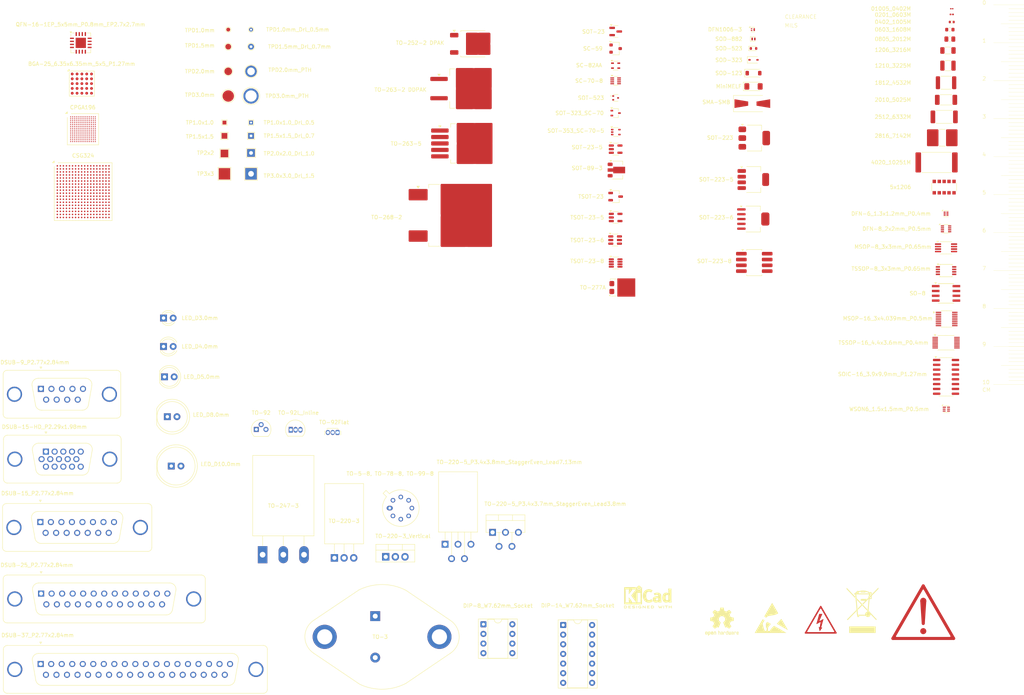
<source format=kicad_pcb>
(kicad_pcb (version 20241229) (generator "pcbnew") (generator_version "9.0")
  (title_block (title "Packages") (date "2025-05-13") (rev "1.0") (company "MSPL") (comment 1 "Aravind") (comment 2 "Design Team"))
  (layers (0 "F.Cu" signal) (2 "B.Cu" signal) (13 "F.Paste" user) (15 "B.Paste" user) (5 "F.SilkS" user "F.Silkscreen") (7 "B.SilkS" user "B.Silkscreen") (1 "F.Mask" user) (3 "B.Mask" user) (25 "Edge.Cuts" user))
  (net 0 "")
  (footprint "Symbol:WEEE-Logo_8.4x12mm_SilkScreen" (layer "F.Cu") (at 241 173)
    (property "Reference" "REF**" (hide yes))
    (property "Value" "WEEE-Logo_8.4x12mm_SilkScreen" (hide yes))
  )
  (footprint "Connector_Dsub:DSUB-9_Pins_Vertical_P2.77x2.84mm_MountingHoles" (layer "F.Cu") (at 24.674 114.66)
    (property "Reference" "DSUB-9_P2.77x2.84mm")
    (property "Value" "DSUB-9_Pins_Vertical_P2.77x2.84mm_MountingHoles" (hide yes))
  )
  (footprint "Package_TO_SOT_SMD:SOT-223-6" (layer "F.Cu") (at 212.25 69.914)
    (property "Reference" "SOT-223-6")
    (property "Value" "SOT-223-6" (hide yes))
  )
  (footprint "Diode_SMD:D_SOD-882" (layer "F.Cu") (at 212.3 22.472)
    (property "Reference" "SOD-882")
    (property "Value" "D_SOD-882" (hide yes))
  )
  (footprint "Resistor_SMD:R_0402_1005Metric" (layer "F.Cu") (at 264.5 18)
    (property "Reference" "0402_1005M")
    (property "Value" "R_0402_1005Metric" (hide yes))
  )
  (footprint "Package_TO_SOT_SMD:TSOT-23-5" (layer "F.Cu") (at 176 69.5)
    (property "Reference" "TSOT-23-5")
    (property "Value" "TSOT-23-5" (hide yes))
  )
  (footprint "Symbol:KiCad-Logo2_5mm_SilkScreen" (layer "F.Cu") (at 184.5 169.5)
    (property "Reference" "REF**" (hide yes))
    (property "Value" "KiCad-Logo2_5mm_SilkScreen" (hide yes))
  )
  (footprint "TestPoint:TestPoint_Pad_1.0x1.0mm" (layer "F.Cu") (at 73 44.5)
    (property "Reference" "TP1.0x1.0")
    (property "Value" "TestPoint_Pad_1.0x1.0mm" (hide yes))
  )
  (footprint "Resistor_SMD:R_2010_5025Metric" (layer "F.Cu") (at 263 38.5)
    (property "Reference" "2010_5025M")
    (property "Value" "R_2010_5025Metric" (hide yes))
  )
  (footprint "Package_TO_SOT_THT:TO-220-3_Vertical" (layer "F.Cu") (at 115.46 158.915)
    (property "Reference" "TO-220-3_Vertical")
    (property "Value" "TO-220-3_Vertical" (hide yes))
  )
  (footprint "Package_BGA:Xilinx_CPGA196" (layer "F.Cu") (at 35.75 46.25)
    (property "Reference" "CPGA196")
    (property "Value" "Xilinx_CPGA196" (hide yes))
  )
  (footprint "Diode_SMD:D_SMA-SMB_Universal_Handsoldering" (layer "F.Cu") (at 212 39.5)
    (property "Reference" "SMA-SMB")
    (property "Value" "SMA-SMB_Universal_Handsoldering" (hide yes))
  )
  (footprint "Package_SO:TSSOP-8_3x3mm_P0.65mm" (layer "F.Cu") (at 263 83.5)
    (property "Reference" "TSSOP-8_3x3mm_P0.65mm")
    (property "Value" "TSSOP-8_3x3mm_P0.65mm" (hide yes))
  )
  (footprint "Symbol:OSHW-Logo2_9.8x8mm_SilkScreen" (layer "F.Cu") (at 204 176)
    (property "Reference" "REF**" (hide yes))
    (property "Value" "OSHW-Logo2_9.8x8mm_SilkScreen" (hide yes))
  )
  (footprint "TestPoint:TestPoint_Pad_1.5x1.5mm" (layer "F.Cu") (at 73 48)
    (property "Reference" "TP1.5x1.5")
    (property "Value" "TestPoint_Pad_1.5x1.5mm" (hide yes))
  )
  (footprint "Package_DFN_QFN:Diodes_DFN1006-3" (layer "F.Cu") (at 212.15 20)
    (property "Reference" "DFN1006-3")
    (property "Value" "Diodes_DFN1006-3" (hide yes))
  )
  (footprint "Package_TO_SOT_SMD:TO-252-2" (layer "F.Cu") (at 138.54 23.74)
    (property "Reference" "TO-252-2 DPAK")
    (property "Value" "TO-252-2" (hide yes))
  )
  (footprint "TestPoint:TestPoint_Pad_2.0x2.0mm" (layer "F.Cu") (at 73 52.642)
    (property "Reference" "TP2x2")
    (property "Value" "TestPoint_Pad_2.0x2.0mm" (hide yes))
  )
  (footprint "TestPoint:TestPoint_Pad_D3.0mm" (layer "F.Cu") (at 74 37.5)
    (property "Reference" "TPD3.0mm")
    (property "Value" "TestPoint_Pad_D3.0mm" (hide yes))
  )
  (footprint "Connector_Dsub:DSUB-37_Pins_Vertical_P2.77x2.84mm_MountingHoles" (layer "F.Cu") (at 24.615 187.16)
    (property "Reference" "DSUB-37_P2.77x2.84mm")
    (property "Value" "DSUB-37_Pins_Vertical_P2.77x2.84mm_MountingHoles" (hide yes))
  )
  (footprint "TestPoint:TestPoint_THTPad_1.0x1.0mm_Drill0.5mm" (layer "F.Cu") (at 80 44.5)
    (property "Reference" "TP1.0x1.0_Drl_0.5")
    (property "Value" "TestPoint_THTPad_1.0x1.0mm_Drill0.5mm" (hide yes))
  )
  (footprint "Package_TO_SOT_SMD:SOT-323_SC-70" (layer "F.Cu") (at 176 42)
    (property "Reference" "SOT-323_SC-70")
    (property "Value" "SOT-323_SC-70" (hide yes))
  )
  (footprint "Connector_Dsub:DSUB-15_Pins_Vertical_P2.77x2.84mm_MountingHoles" (layer "F.Cu") (at 24.53 149.762)
    (property "Reference" "DSUB-15_P2.77x2.84mm")
    (property "Value" "DSUB-15_Pins_Vertical_P2.77x2.84mm_MountingHoles" (hide yes))
  )
  (footprint "Package_TO_SOT_THT:TO-220-3_Horizontal_TabDown" (layer "F.Cu") (at 101.96 159.2)
    (property "Reference" "TO-220-3")
    (property "Value" "TO-220-3_Horizontal_TabDown" (hide yes))
  )
  (footprint "Resistor_SMD:R_1812_4532Metric" (layer "F.Cu") (at 263 34)
    (property "Reference" "1812_4532M")
    (property "Value" "R_1812_4532Metric" (hide yes))
  )
  (footprint "Capacitor_SMD:C_01005_0402Metric" (layer "F.Cu") (at 264.5 14.5)
    (property "Reference" "01005_0402M")
    (property "Value" "C_01005_0402Metric" (hide yes))
  )
  (footprint "Package_SO:PowerIntegrations_SO-8" (layer "F.Cu") (at 263 89.5)
    (property "Reference" "SO-8")
    (property "Value" "PowerIntegrations_SO-8" (hide yes))
  )
  (footprint "Diode_SMD:D_SOD-123" (layer "F.Cu") (at 212.3 31.472)
    (property "Reference" "SOD-123")
    (property "Value" "D_SOD-123" (hide yes))
  )
  (footprint "Resistor_SMD:R_0805_2012Metric" (layer "F.Cu") (at 264 22.5)
    (property "Reference" "0805_2012M")
    (property "Value" "R_0805_2012Metric" (hide yes))
  )
  (footprint "Package_TO_SOT_THT:TO-5-8" (layer "F.Cu") (at 116.515248 146.08)
    (property "Reference" "TO-5-8, TO-78-8, TO-99-8 ")
    (property "Value" "TO-5-8" (hide yes))
  )
  (footprint "Resistor_SMD:R_Array_Convex_5x1206" (layer "F.Cu") (at 262.5 61.5 90)
    (property "Reference" "5x1206")
    (property "Value" "5x1206" (hide yes))
  )
  (footprint "Package_TO_SOT_SMD:SOT-223" (layer "F.Cu") (at 212.504 48.578)
    (property "Reference" "SOT-223")
    (property "Value" "SOT-223" (hide yes))
  )
  (footprint "Package_TO_SOT_SMD:SC-59" (layer "F.Cu") (at 176 25)
    (property "Reference" "SC-59")
    (property "Value" "SC-59" (hide yes))
  )
  (footprint "Package_TO_SOT_SMD:TO-268-2" (layer "F.Cu") (at 133.975 68.95)
    (property "Reference" "TO-268-2")
    (property "Value" "TO-268-2" (hide yes))
  )
  (footprint "Package_TO_SOT_THT:TO-92L_Inline" (layer "F.Cu") (at 90.46 125.443007)
    (property "Reference" "TO-92L_Inline")
    (property "Value" "TO-92L_Inline" (hide yes))
  )
  (footprint "Package_TO_SOT_SMD:SOT-353_SC-70-5" (layer "F.Cu") (at 176.05 47)
    (property "Reference" "SOT-353_SC-70-5")
    (property "Value" "SOT-353_SC-70-5" (hide yes))
  )
  (footprint "TestPoint:TestPoint_THTPad_D1.5mm_Drill0.7mm" (layer "F.Cu") (at 80 24.5)
    (property "Reference" "TPD1.5mm_Drl_0.7mm")
    (property "Value" "TestPoint_THTPad_D1.5mm_Drill0.7mm" (hide yes))
  )
  (footprint "Package_SO:MSOP-16_3x4.039mm_P0.5mm" (layer "F.Cu") (at 263.15 96.25)
    (property "Reference" "MSOP-16_3x4.039mm_P0.5mm")
    (property "Value" "MSOP-16_3x4.039mm_P0.5mm" (hide yes))
  )
  (footprint "Package_TO_SOT_THT:TO-220-5_P3.4x3.7mm_StaggerEven_Lead3.8mm_Vertical" (layer "F.Cu") (at 143.6 152.47)
    (property "Reference" "TO-220-5_P3.4x3.7mm_StaggerEven_Lead3.8mm")
    (property "Value" "TO-220-5_P3.4x3.7mm_StaggerEven_Lead3.8mm_Vertical" (hide yes))
  )
  (footprint "Package_TO_SOT_SMD:SC-82AA" (layer "F.Cu") (at 176 29.5)
    (property "Reference" "SC-82AA")
    (property "Value" "SC-82AA" (hide yes))
  )
  (footprint "Package_TO_SOT_SMD:TO-277A" (layer "F.Cu") (at 177.765 87.96 90)
    (property "Reference" "TO-277A")
    (property "Value" "TO-277A" (hide yes))
  )
  (footprint "TestPoint:TestPoint_THTPad_1.5x1.5mm_Drill0.7mm" (layer "F.Cu") (at 80 48)
    (property "Reference" "TP1.5x1.5_Drl_0.7")
    (property "Value" "TestPoint_THTPad_1.5x1.5mm_Drill0.7mm" (hide yes))
  )
  (footprint "Package_DIP:DIP-8_W7.62mm_Socket" (layer "F.Cu") (at 141.19 176.69)
    (property "Reference" "DIP-8_W7.62mm_Socket")
    (property "Value" "DIP-8_W7.62mm_Socket" (hide yes))
  )
  (footprint "Package_TO_SOT_SMD:SOT-23" (layer "F.Cu") (at 176.02 20.5)
    (property "Reference" "SOT-23")
    (property "Value" "SOT-23" (hide yes))
  )
  (footprint "Package_TO_SOT_THT:TO-92Flat" (layer "F.Cu") (at 102.77 126.158007 180)
    (property "Reference" "TO-92Flat")
    (property "Value" "TO-92Flat" (hide yes))
  )
  (footprint "Package_TO_SOT_SMD:SOT-89-3" (layer "F.Cu") (at 176.5 57)
    (property "Reference" "SOT-89-3")
    (property "Value" "SOT-89-3" (hide yes))
  )
  (footprint "Package_DFN_QFN:QFN-16-1EP_5x5mm_P0.8mm_EP2.7x2.7mm" (layer "F.Cu") (at 35.175 23.5)
    (property "Reference" "QFN-16-1EP_5x5mm_P0.8mm_EP2.7x2.7mm")
    (property "Value" "QFN-16-1EP_5x5mm_P0.8mm_EP2.7x2.7mm" (hide yes))
  )
  (footprint "Symbol:Symbol_Attention_Triangle_17x15mm_Copper" (layer "F.Cu") (at 257 173.5)
    (property "Reference" "REF**" (hide yes))
    (property "Value" "Symbol_Attention_Triangle_17x15mm_Copper" (hide yes))
  )
  (footprint "Package_TO_SOT_SMD:TO-263-2" (layer "F.Cu") (at 137.15 35.54)
    (property "Reference" "TO-263-2 DDPAK")
    (property "Value" "TO-263-2" (hide yes))
  )
  (footprint "Package_BGA:Xilinx_CSG324" (layer "F.Cu") (at 35.8 62.7)
    (property "Reference" "CSG324")
    (property "Value" "Xilinx_CSG324" (hide yes))
  )
  (footprint "TestPoint:TestPoint_Pad_3.0x3.0mm" (layer "F.Cu") (at 73 58)
    (property "Reference" "TP3x3")
    (property "Value" "TestPoint_Pad_3.0x3.0mm" (hide yes))
  )
  (footprint "Resistor_SMD:R_1206_3216Metric" (layer "F.Cu") (at 263.5 25.5)
    (property "Reference" "1206_3216M")
    (property "Value" "R_1206_3216Metric" (hide yes))
  )
  (footprint "Package_TO_SOT_SMD:TSOT-23-8" (layer "F.Cu") (at 176 81.5)
    (property "Reference" "TSOT-23-8")
    (property "Value" "TSOT-23-8" (hide yes))
  )
  (footprint "Connector_Dsub:DSUB-15-HD_Pins_Vertical_P2.29x1.98mm_MountingHoles" (layer "F.Cu") (at 25.995 131.202)
    (property "Reference" "DSUB-15-HD_P2.29x1.98mm")
    (property "Value" "DSUB-15-HD_Pins_Vertical_P2.29x1.98mm_MountingHoles" (hide yes))
  )
  (footprint "Package_SO:MSOP-8_3x3mm_P0.65mm" (layer "F.Cu") (at 263 77.5)
    (property "Reference" "MSOP-8_3x3mm_P0.65mm")
    (property "Value" "MSOP-8_3x3mm_P0.65mm" (hide yes))
  )
  (footprint "TestPoint:TestPoint_Pad_D1.5mm" (layer "F.Cu") (at 74 24.5)
    (property "Reference" "TPD1.5mm")
    (property "Value" "TestPoint_Pad_D1.5mm" (hide yes))
  )
  (footprint "Package_TO_SOT_SMD:SOT-223-8" (layer "F.Cu") (at 212.504 81.344)
    (property "Reference" "SOT-223-8")
    (property "Value" "SOT-223-8" (hide yes))
  )
  (footprint "Package_SO:SOIC-16_3.9x9.9mm_P1.27mm" (layer "F.Cu") (at 263 111.5)
    (property "Reference" "SOIC-16_3.9x9.9mm_P1.27mm")
    (property "Value" "SOIC-16_3.9x9.9mm_P1.27mm" (hide yes))
  )
  (footprint "Symbol:Symbol_HighVoltage_Triangle_8x7mm_Copper" (layer "F.Cu") (at 230 175.5)
    (property "Reference" "REF**" (hide yes))
    (property "Value" "Symbol_HighVoltage_Triangle_8x7mm_Copper" (hide yes))
  )
  (footprint "LED_THT:LED_D8.0mm" (layer "F.Cu") (at 57.96 122)
    (property "Reference" "LED_D8.0mm")
    (property "Value" "LED_D8.0mm" (hide yes))
  )
  (footprint "Symbol:ESD-Logo_8.9x8mm_SilkScreen" (layer "F.Cu") (at 217 175)
    (property "Reference" "REF**" (hide yes))
    (property "Value" "ESD-Logo_8.9x8mm_SilkScreen" (hide yes))
  )
  (footprint "Package_TO_SOT_THT:TO-247-3_Horizontal_TabDown" (layer "F.Cu") (at 83.05 158.36)
    (property "Reference" "TO-247-3")
    (property "Value" "TO-247-3_Horizontal_TabDown" (hide yes))
  )
  (footprint "Package_TO_SOT_SMD:SOT-523" (layer "F.Cu") (at 176 38)
    (property "Reference" "SOT-523")
    (property "Value" "SOT-523" (hide yes))
  )
  (footprint "Resistor_SMD:R_0603_1608Metric" (layer "F.Cu") (at 264 20)
    (property "Reference" "0603_1608M")
    (property "Value" "R_0603_1608Metric" (hide yes))
  )
  (footprint "Resistor_SMD:R_4020_10251Metric" (layer "F.Cu") (at 260.5 55)
    (property "Reference" "4020_10251M")
    (property "Value" "R_4020_10251Metric" (hide yes))
  )
  (footprint "Package_TO_SOT_THT:TO-92" (layer "F.Cu") (at 81.39 125.353007)
    (property "Reference" "TO-92")
    (property "Value" "TO-92" (hide yes))
  )
  (footprint "LED_THT:LED_D4.0mm" (layer "F.Cu") (at 56.96 103.5)
    (property "Reference" "LED_D4.0mm")
    (property "Value" "LED_D4.0mm" (hide yes))
  )
  (footprint "Package_TO_SOT_SMD:TO-263-5_TabPin3" (layer "F.Cu") (at 137.375 50)
    (property "Reference" "TO-263-5")
    (property "Value" "TO-263-5_TabPin3" (hide yes))
  )
  (footprint "Package_TO_SOT_SMD:TSOT-23" (layer "F.Cu") (at 176 64)
    (property "Reference" "TSOT-23")
    (property "Value" "TSOT-23" (hide yes))
  )
  (footprint "TestPoint:TestPoint_Pad_D1.0mm" (layer "F.Cu") (at 74 20)
    (property "Reference" "TPD1.0mm")
    (property "Value" "TestPoint_Pad_D1.0mm" (hide yes))
  )
  (footprint "Package_SON:WSON-6_1.5x1.5mm_P0.5mm" (layer "F.Cu") (at 263.075 120)
    (property "Reference" "WSON6_1.5x1.5mm_P0.5mm")
    (property "Value" "WSON6_1.5x1.5mm_P0.5mm" (hide yes))
  )
  (footprint "Diode_SMD:D_MiniMELF" (layer "F.Cu") (at 212.3 34.972)
    (property "Reference" "MiniMELF")
    (property "Value" "D_MiniMELF" (hide yes))
  )
  (footprint "Package_DFN_QFN:DFN-6_1.3x1.2mm_P0.4mm" (layer "F.Cu") (at 263 68.5)
    (property "Reference" "DFN-6_1.3x1.2mm_P0.4mm")
    (property "Value" "DFN-6_1.3x1.2mm_P0.4mm" (hide yes))
  )
  (footprint "Connector_Dsub:DSUB-25_Pins_Vertical_P2.77x2.84mm_MountingHoles" (layer "F.Cu") (at 24.725 168.602)
    (property "Reference" "DSUB-25_P2.77x2.84mm")
    (property "Value" "DSUB-25_Pins_Vertical_P2.77x2.84mm_MountingHoles" (hide yes))
  )
  (footprint "Package_DIP:DIP-14_W7.62mm_Socket" (layer "F.Cu") (at 162.19 176.885)
    (property "Reference" "DIP-14_W7.62mm_Socket")
    (property "Value" "DIP-14_W7.62mm_Socket" (hide yes))
  )
  (footprint "LED_THT:LED_D10.0mm" (layer "F.Cu") (at 59 135)
    (property "Reference" "LED_D10.0mm")
    (property "Value" "LED_D10.0mm" (hide yes))
  )
  (footprint "Diode_SMD:D_SOD-523" (layer "F.Cu") (at 212.3 24.972)
    (property "Reference" "SOD-523")
    (property "Value" "D_SOD-523" (hide yes))
  )
  (footprint "TestPoint:TestPoint_Plated_Hole_D2.0mm" (layer "F.Cu") (at 80 31)
    (property "Reference" "TPD2.0mm_PTH")
    (property "Value" "TestPoint_Plated_Hole_D2.0mm" (hide yes))
  )
  (footprint "LED_THT:LED_D3.0mm" (layer "F.Cu") (at 56.96 96)
    (property "Reference" "LED_D3.0mm")
    (property "Value" "LED_D3.0mm" (hide yes))
  )
  (footprint "TestPoint:TestPoint_THTPad_2.0x2.0mm_Drill1.0mm" (layer "F.Cu") (at 80 52.5)
    (property "Reference" "TP2.0x2.0_Drl_1.0")
    (property "Value" "TestPoint_THTPad_2.0x2.0mm_Drill1.0mm" (hide yes))
  )
  (footprint "Package_SO:TSSOP-16_4.4x3.6mm_P0.4mm" (layer "F.Cu") (at 263 102.5)
    (property "Reference" "TSSOP-16_4.4x3.6mm_P0.4mm")
    (property "Value" "TSSOP-16_4.4x3.6mm_P0.4mm" (hide yes))
  )
  (footprint "Package_TO_SOT_THT:TO-3" (layer "F.Cu") (at 112.700001 174.550001)
    (property "Reference" "TO-3")
    (property "Value" "TO-3" (hide yes))
  )
  (footprint "Package_DFN_QFN:DFN-8_2x2mm_P0.5mm" (layer "F.Cu") (at 263 72.5)
    (property "Reference" "DFN-8_2x2mm_P0.5mm")
    (property "Value" "DFN-8_2x2mm_P0.5mm" (hide yes))
  )
  (footprint "Diode_SMD:D_SOD-323" (layer "F.Cu") (at 212.3 27.972)
    (property "Reference" "SOD-323")
    (property "Value" "D_SOD-323" (hide yes))
  )
  (footprint "TestPoint:TestPoint_THTPad_D1.0mm_Drill0.5mm" (layer "F.Cu") (at 80 20)
    (property "Reference" "TPD1.0mm_Drl_0.5mm")
    (property "Value" "TestPoint_THTPad_D1.0mm_Drill0.5mm" (hide yes))
  )
  (footprint "LED_THT:LED_D5.0mm" (layer "F.Cu") (at 57.225 111.5)
    (property "Reference" "LED_D5.0mm")
    (property "Value" "LED_D5.0mm" (hide yes))
  )
  (footprint "Package_TO_SOT_SMD:SOT-23-5" (layer "F.Cu") (at 176 51.5)
    (property "Reference" "SOT-23-5")
    (property "Value" "SOT-23-5" (hide yes))
  )
  (footprint "TestPoint:TestPoint_Pad_D2.0mm" (layer "F.Cu") (at 74 31)
    (property "Reference" "TPD2.0mm")
    (property "Value" "TestPoint_Pad_D2.0mm" (hide yes))
  )
  (footprint "Package_TO_SOT_SMD:SC-70-8" (layer "F.Cu") (at 176 33.5)
    (property "Reference" "SC-70-8")
    (property "Value" "SC-70-8" (hide yes))
  )
  (footprint "TestPoint:TestPoint_Plated_Hole_D3.0mm" (layer "F.Cu") (at 80 37.5)
    (property "Reference" "TPD3.0mm_PTH")
    (property "Value" "TestPoint_Plated_Hole_D3.0mm" (hide yes))
  )
  (footprint "Package_BGA:BGA-25_6.35x6.35mm_Layout5x5_P1.27mm" (layer "F.Cu") (at 35.46 34.23)
    (property "Reference" "BGA-25_6.35x6.35mm_5x5_P1.27mm")
    (property "Value" "BGA-25_6.35x6.35mm_Layout5x5_P1.27mm" (hide yes))
  )
  (footprint "TestPoint:TestPoint_THTPad_3.0x3.0mm_Drill1.5mm" (layer "F.Cu") (at 80 58)
    (property "Reference" "TP3.0x3.0_Drl_1.5")
    (property "Value" "TestPoint_THTPad_3.0x3.0mm_Drill1.5mm" (hide yes))
  )
  (footprint "Package_TO_SOT_SMD:SOT-223-5" (layer "F.Cu") (at 212.25 59.5)
    (property "Reference" "SOT-223-5")
    (property "Value" "SOT-223-5" (hide yes))
  )
  (footprint "Package_TO_SOT_SMD:TSOT-23-6" (layer "F.Cu") (at 175.8625 75.45)
    (property "Reference" "TSOT-23-6")
    (property "Value" "TSOT-23-6" (hide yes))
  )
  (footprint "Resistor_SMD:R_0201_0603Metric" (layer "F.Cu") (at 264.5 16)
    (property "Reference" "0201_0603M")
    (property "Value" "R_0201_0603Metric" (hide yes))
  )
  (footprint "Resistor_SMD:R_2512_6332Metric" (layer "F.Cu") (at 262.5 43)
    (property "Reference" "2512_6332M")
    (property "Value" "R_2512_6332Metric" (hide yes))
  )
  (footprint "Resistor_SMD:R_2816_7142Metric" (layer "F.Cu") (at 262 48.5)
    (property "Reference" "2816_7142M")
    (property "Value" "R_2816_7142Metric" (hide yes))
  )
  (footprint "Package_TO_SOT_THT:TO-220-5_P3.4x3.8mm_StaggerEven_Lead7.13mm_TabDown" (layer "F.Cu") (at 131.1 155.61)
    (property "Reference" "TO-220-5_P3.4x3.8mm_StaggerEven_Lead7.13mm")
    (property "Value" "TO-220-5_P3.4x3.8mm_StaggerEven_Lead7.13mm_TabDown" (hide yes))
  )
  (footprint "Resistor_SMD:R_1210_3225Metric" (layer "F.Cu") (at 263.5 29.5)
    (property "Reference" "1210_3225M")
    (property "Value" "R_1210_3225Metric" (hide yes))
  )
  (gr_line (start 283.5 32.5) (end 279.5 32.5) (stroke (width 0.05)) (layer "F.SilkS"))
  (gr_line (start 283.5 113.5) (end 275.5 113.5) (stroke (width 0.05)) (layer "F.SilkS"))
  (gr_line (start 283.5 47.5) (end 279.5 47.5) (stroke (width 0.05)) (layer "F.SilkS"))
  (gr_line (start 283.5 106.5) (end 279.5 106.5) (stroke (width 0.05)) (layer "F.SilkS"))
  (gr_line (start 283.5 79.5) (end 279.5 79.5) (stroke (width 0.05)) (layer "F.SilkS"))
  (gr_line (start 283.5 63.5) (end 275.5 63.5) (stroke (width 0.05)) (layer "F.SilkS"))
  (gr_line (start 283.5 90.5) (end 279.5 90.5) (stroke (width 0.05)) (layer "F.SilkS"))
  (gr_line (start 283.5 50.5) (end 279.5 50.5) (stroke (width 0.05)) (layer "F.SilkS"))
  (gr_line (start 283.5 68.5) (end 277.5 68.5) (stroke (width 0.05)) (layer "F.SilkS"))
  (gr_line (start 283.5 103.5) (end 275.5 103.5) (stroke (width 0.05)) (layer "F.SilkS"))
  (gr_line (start 283.5 71.5) (end 279.5 71.5) (stroke (width 0.05)) (layer "F.SilkS"))
  (gr_line (start 283.5 36.5) (end 279.5 36.5) (stroke (width 0.05)) (layer "F.SilkS"))
  (gr_line (start 283.5 96.5) (end 279.5 96.5) (stroke (width 0.05)) (layer "F.SilkS"))
  (gr_line (start 283.5 81.5) (end 279.5 81.5) (stroke (width 0.05)) (layer "F.SilkS"))
  (gr_line (start 283.5 55.5) (end 279.5 55.5) (stroke (width 0.05)) (layer "F.SilkS"))
  (gr_line (start 283.5 112.5) (end 279.5 112.5) (stroke (width 0.05)) (layer "F.SilkS"))
  (gr_line (start 283.5 16.5) (end 279.5 16.5) (stroke (width 0.05)) (layer "F.SilkS"))
  (gr_line (start 283.5 43.5) (end 279.5 43.5) (stroke (width 0.05)) (layer "F.SilkS"))
  (gr_line (start 283.5 45.5) (end 279.5 45.5) (stroke (width 0.05)) (layer "F.SilkS"))
  (gr_line (start 283.5 94.5) (end 279.5 94.5) (stroke (width 0.05)) (layer "F.SilkS"))
  (gr_line (start 283.5 29.5) (end 279.5 29.5) (stroke (width 0.05)) (layer "F.SilkS"))
  (gr_line (start 283.5 17.5) (end 279.5 17.5) (stroke (width 0.05)) (layer "F.SilkS"))
  (gr_line (start 283.5 78.5) (end 277.5 78.5) (stroke (width 0.05)) (layer "F.SilkS"))
  (gr_line (start 283.5 40.5) (end 279.5 40.5) (stroke (width 0.05)) (layer "F.SilkS"))
  (gr_line (start 283.5 111.5) (end 279.5 111.5) (stroke (width 0.05)) (layer "F.SilkS"))
  (gr_line (start 283.5 61.5) (end 279.5 61.5) (stroke (width 0.05)) (layer "F.SilkS"))
  (gr_line (start 283.5 73.5) (end 279.5 73.5) (stroke (width 0.05)) (layer "F.SilkS"))
  (gr_line (start 283.5 54.5) (end 279.5 54.5) (stroke (width 0.05)) (layer "F.SilkS"))
  (gr_line (start 283.5 80.5) (end 279.5 80.5) (stroke (width 0.05)) (layer "F.SilkS"))
  (gr_line (start 283.5 73.5) (end 275.5 73.5) (stroke (width 0.05)) (layer "F.SilkS"))
  (gr_line (start 283.5 93.5) (end 275.5 93.5) (stroke (width 0.05)) (layer "F.SilkS"))
  (gr_line (start 283.5 99.5) (end 279.5 99.5) (stroke (width 0.05)) (layer "F.SilkS"))
  (gr_line (start 283.5 107.5) (end 279.5 107.5) (stroke (width 0.05)) (layer "F.SilkS"))
  (gr_line (start 283.5 51.5) (end 279.5 51.5) (stroke (width 0.05)) (layer "F.SilkS"))
  (gr_line (start 283.5 103.5) (end 279.5 103.5) (stroke (width 0.05)) (layer "F.SilkS"))
  (gr_line (start 283.5 77.5) (end 279.5 77.5) (stroke (width 0.05)) (layer "F.SilkS"))
  (gr_line (start 283.5 102.5) (end 279.5 102.5) (stroke (width 0.05)) (layer "F.SilkS"))
  (gr_line (start 283.5 35.5) (end 279.5 35.5) (stroke (width 0.05)) (layer "F.SilkS"))
  (gr_line (start 283.5 37.5) (end 279.5 37.5) (stroke (width 0.05)) (layer "F.SilkS"))
  (gr_line (start 283.5 53.5) (end 275.5 53.5) (stroke (width 0.05)) (layer "F.SilkS"))
  (gr_line (start 283.5 72.5) (end 279.5 72.5) (stroke (width 0.05)) (layer "F.SilkS"))
  (gr_line (start 283.5 108.5) (end 277.5 108.5) (stroke (width 0.05)) (layer "F.SilkS"))
  (gr_line (start 283.5 22.5) (end 279.5 22.5) (stroke (width 0.05)) (layer "F.SilkS"))
  (gr_line (start 283.5 30.5) (end 279.5 30.5) (stroke (width 0.05)) (layer "F.SilkS"))
  (gr_line (start 283.5 88.5) (end 277.5 88.5) (stroke (width 0.05)) (layer "F.SilkS"))
  (gr_line (start 283.5 76.5) (end 279.5 76.5) (stroke (width 0.05)) (layer "F.SilkS"))
  (gr_line (start 283.5 109.5) (end 279.5 109.5) (stroke (width 0.05)) (layer "F.SilkS"))
  (gr_line (start 283.5 38.5) (end 277.5 38.5) (stroke (width 0.05)) (layer "F.SilkS"))
  (gr_line (start 283.5 42.5) (end 279.5 42.5) (stroke (width 0.05)) (layer "F.SilkS"))
  (gr_line (start 283.5 82.5) (end 279.5 82.5) (stroke (width 0.05)) (layer "F.SilkS"))
  (gr_line (start 283.5 97.5) (end 279.5 97.5) (stroke (width 0.05)) (layer "F.SilkS"))
  (gr_line (start 283.5 59.5) (end 279.5 59.5) (stroke (width 0.05)) (layer "F.SilkS"))
  (gr_line (start 283.5 86.5) (end 279.5 86.5) (stroke (width 0.05)) (layer "F.SilkS"))
  (gr_line (start 283.5 46.5) (end 279.5 46.5) (stroke (width 0.05)) (layer "F.SilkS"))
  (gr_line (start 283.5 34.5) (end 279.5 34.5) (stroke (width 0.05)) (layer "F.SilkS"))
  (gr_line (start 283.5 26.5) (end 279.5 26.5) (stroke (width 0.05)) (layer "F.SilkS"))
  (gr_line (start 283.5 69.5) (end 279.5 69.5) (stroke (width 0.05)) (layer "F.SilkS"))
  (gr_line (start 283.5 57.5) (end 279.5 57.5) (stroke (width 0.05)) (layer "F.SilkS"))
  (gr_line (start 283.5 39.5) (end 279.5 39.5) (stroke (width 0.05)) (layer "F.SilkS"))
  (gr_line (start 283.5 52.5) (end 279.5 52.5) (stroke (width 0.05)) (layer "F.SilkS"))
  (gr_line (start 283.5 74.5) (end 279.5 74.5) (stroke (width 0.05)) (layer "F.SilkS"))
  (gr_line (start 283.5 44.5) (end 279.5 44.5) (stroke (width 0.05)) (layer "F.SilkS"))
  (gr_line (start 283.5 87.5) (end 279.5 87.5) (stroke (width 0.05)) (layer "F.SilkS"))
  (gr_line (start 283.5 105.5) (end 279.5 105.5) (stroke (width 0.05)) (layer "F.SilkS"))
  (gr_line (start 283.5 60.5) (end 279.5 60.5) (stroke (width 0.05)) (layer "F.SilkS"))
  (gr_line (start 283.5 70.5) (end 279.5 70.5) (stroke (width 0.05)) (layer "F.SilkS"))
  (gr_line (start 283.5 75.5) (end 279.5 75.5) (stroke (width 0.05)) (layer "F.SilkS"))
  (gr_line (start 283.5 110.5) (end 279.5 110.5) (stroke (width 0.05)) (layer "F.SilkS"))
  (gr_line (start 283.5 48.5) (end 277.5 48.5) (stroke (width 0.05)) (layer "F.SilkS"))
  (gr_line (start 283.5 41.5) (end 279.5 41.5) (stroke (width 0.05)) (layer "F.SilkS"))
  (gr_line (start 283.5 64.5) (end 279.5 64.5) (stroke (width 0.05)) (layer "F.SilkS"))
  (gr_line (start 283.5 14.5) (end 279.5 14.5) (stroke (width 0.05)) (layer "F.SilkS"))
  (gr_line (start 283.5 13.5) (end 275.5 13.5) (stroke (width 0.05)) (layer "F.SilkS"))
  (gr_line (start 283.5 19.5) (end 279.5 19.5) (stroke (width 0.05)) (layer "F.SilkS"))
  (gr_line (start 283.5 62.5) (end 279.5 62.5) (stroke (width 0.05)) (layer "F.SilkS"))
  (gr_line (start 283.5 89.5) (end 279.5 89.5) (stroke (width 0.05)) (layer "F.SilkS"))
  (gr_line (start 283.5 91.5) (end 279.5 91.5) (stroke (width 0.05)) (layer "F.SilkS"))
  (gr_line (start 283.5 67.5) (end 279.5 67.5) (stroke (width 0.05)) (layer "F.SilkS"))
  (gr_line (start 283.5 58.5) (end 277.5 58.5) (stroke (width 0.05)) (layer "F.SilkS"))
  (gr_line (start 283.5 56.5) (end 279.5 56.5) (stroke (width 0.05)) (layer "F.SilkS"))
  (gr_line (start 283.5 27.5) (end 279.5 27.5) (stroke (width 0.05)) (layer "F.SilkS"))
  (gr_line (start 283.5 98.5) (end 277.5 98.5) (stroke (width 0.05)) (layer "F.SilkS"))
  (gr_line (start 283.5 24.5) (end 279.5 24.5) (stroke (width 0.05)) (layer "F.SilkS"))
  (gr_line (start 283.5 25.5) (end 279.5 25.5) (stroke (width 0.05)) (layer "F.SilkS"))
  (gr_line (start 283.5 18.5) (end 277.5 18.5) (stroke (width 0.05)) (layer "F.SilkS"))
  (gr_line (start 283.5 21.5) (end 279.5 21.5) (stroke (width 0.05)) (layer "F.SilkS"))
  (gr_line (start 283.5 65.5) (end 279.5 65.5) (stroke (width 0.05)) (layer "F.SilkS"))
  (gr_line (start 283.5 31.5) (end 279.5 31.5) (stroke (width 0.05)) (layer "F.SilkS"))
  (gr_line (start 283.5 84.5) (end 279.5 84.5) (stroke (width 0.05)) (layer "F.SilkS"))
  (gr_line (start 283.5 49.5) (end 279.5 49.5) (stroke (width 0.05)) (layer "F.SilkS"))
  (gr_line (start 283.5 43.5) (end 275.5 43.5) (stroke (width 0.05)) (layer "F.SilkS"))
  (gr_line (start 283.5 15.5) (end 279.5 15.5) (stroke (width 0.05)) (layer "F.SilkS"))
  (gr_line (start 283.5 83.5) (end 275.5 83.5) (stroke (width 0.05)) (layer "F.SilkS"))
  (gr_line (start 283.5 66.5) (end 279.5 66.5) (stroke (width 0.05)) (layer "F.SilkS"))
  (gr_line (start 283.5 92.5) (end 279.5 92.5) (stroke (width 0.05)) (layer "F.SilkS"))
  (gr_line (start 283.5 95.5) (end 279.5 95.5) (stroke (width 0.05)) (layer "F.SilkS"))
  (gr_line (start 283.5 23.5) (end 275.5 23.5) (stroke (width 0.05)) (layer "F.SilkS"))
  (gr_line (start 283.5 101.5) (end 279.5 101.5) (stroke (width 0.05)) (layer "F.SilkS"))
  (gr_line (start 283.5 33.5) (end 275.5 33.5) (stroke (width 0.05)) (layer "F.SilkS"))
  (gr_line (start 283.5 20.5) (end 279.5 20.5) (stroke (width 0.05)) (layer "F.SilkS"))
  (gr_line (start 283.5 28.5) (end 277.5 28.5) (stroke (width 0.05)) (layer "F.SilkS"))
  (gr_line (start 283.5 100.5) (end 279.5 100.5) (stroke (width 0.05)) (layer "F.SilkS"))
  (gr_line (start 283.5 85.5) (end 279.5 85.5) (stroke (width 0.05)) (layer "F.SilkS"))
  (gr_line (start 283.5 104.5) (end 279.5 104.5) (stroke (width 0.05)) (layer "F.SilkS"))
  (gr_text "7" (at 272.5 83.5 0) (layer "F.SilkS") (effects (font (size 1 1) (thickness 0.1)) (justify left bottom)))
  (gr_text "9" (at 272.5 103.5 0) (layer "F.SilkS") (effects (font (size 1 1) (thickness 0.1)) (justify left bottom)))
  (gr_text "2" (at 272.5 33.5 0) (layer "F.SilkS") (effects (font (size 1 1) (thickness 0.1)) (justify left bottom)))
  (gr_text "MILS\n" (at 220.5 19.5 0) (layer "F.SilkS") (effects (font (size 1 1) (thickness 0.1)) (justify left bottom)))
  (gr_text "CM" (at 272.5 115.5 0) (layer "F.SilkS") (effects (font (size 1 1) (thickness 0.1)) (justify left bottom)))
  (gr_text "6" (at 272.5 73.5 0) (layer "F.SilkS") (effects (font (size 1 1) (thickness 0.1)) (justify left bottom)))
  (gr_text "3" (at 272.5 43.5 0) (layer "F.SilkS") (effects (font (size 1 1) (thickness 0.1)) (justify left bottom)))
  (gr_text "1" (at 272.5 23.5 0) (layer "F.SilkS") (effects (font (size 1 1) (thickness 0.1)) (justify left bottom)))
  (gr_text "8" (at 272.5 93.5 0) (layer "F.SilkS") (effects (font (size 1 1) (thickness 0.1)) (justify left bottom)))
  (gr_text "4" (at 272.5 53.5 0) (layer "F.SilkS") (effects (font (size 1 1) (thickness 0.1)) (justify left bottom)))
  (gr_text "0" (at 272.5 13.5 0) (layer "F.SilkS") (effects (font (size 1 1) (thickness 0.1)) (justify left bottom)))
  (gr_text "10" (at 272.5 113.5 0) (layer "F.SilkS") (effects (font (size 1 1) (thickness 0.1)) (justify left bottom)))
  (gr_text "5" (at 272.5 63.5 0) (layer "F.SilkS") (effects (font (size 1 1) (thickness 0.1)) (justify left bottom)))
  (gr_text "CLEARANCE" (at 220.5 17.214 0) (layer "F.SilkS") (effects (font (size 1 1) (thickness 0.1)) (justify left bottom)))
)
</source>
